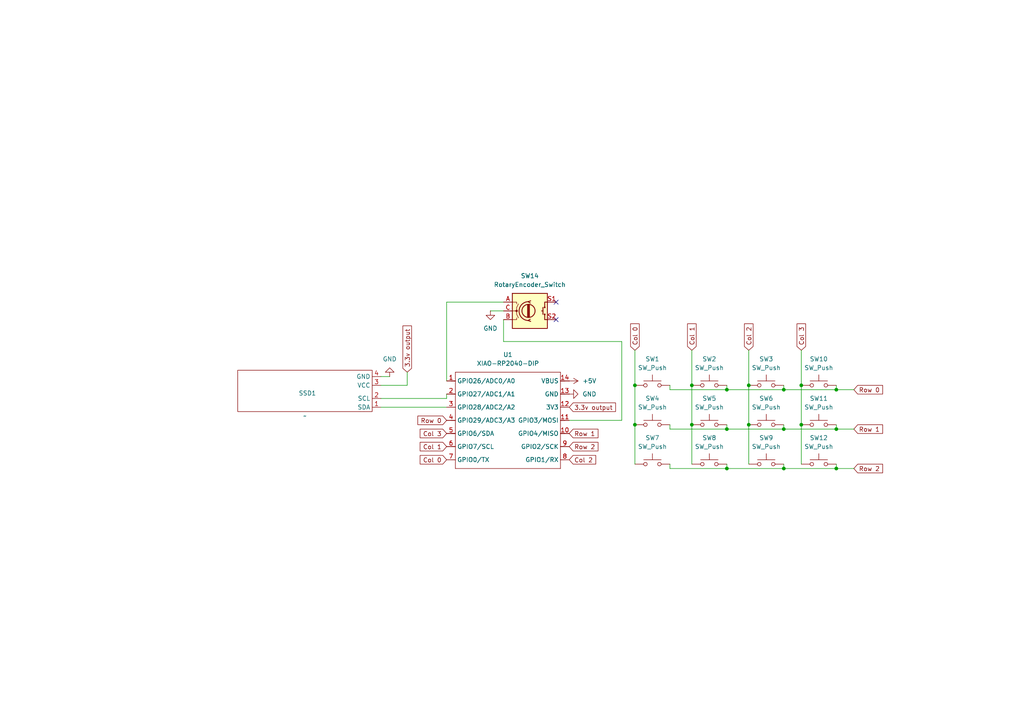
<source format=kicad_sch>
(kicad_sch (version 20250114) (generator "eeschema") (generator_version "9.0")
  (paper "A4")
  (lib_symbols
    (symbol "Device:RotaryEncoder_Switch" (pin_names (offset 0.254) (hide yes))
      (property "Reference" "SW" (at 0 6.604 0))
      (property "Value" "RotaryEncoder_Switch" (at 0 -6.604 0))
      (symbol "RotaryEncoder_Switch_0_1"
        (rectangle (start -5.08 5.08) (end 5.08 -5.08) (stroke (width 0.254)) (fill (type background)))
        (polyline (pts (xy -5.08 2.54) (xy -3.81 2.54) (xy -3.81 2.032)))
        (polyline (pts (xy -5.08 0) (xy -3.81 0) (xy -3.81 -1.016) (xy -3.302 -2.032)))
        (polyline (pts (xy -5.08 -2.54) (xy -3.81 -2.54) (xy -3.81 -2.032)))
        (polyline (pts (xy -4.318 0) (xy -3.81 0) (xy -3.81 1.016) (xy -3.302 2.032)))
        (circle (center -3.81 0) (radius 0.254) (fill (type outline)))
        (polyline (pts (xy -0.635 -1.778) (xy -0.635 1.778)) (stroke (width 0.254)))
        (circle (center -0.381 0) (radius 1.905) (stroke (width 0.254)))
        (polyline (pts (xy -0.381 -1.778) (xy -0.381 1.778)) (stroke (width 0.254)))
        (arc (start -0.381 -2.794) (mid -3.0988 -0.0635) (end -0.381 2.667) (stroke (width 0.254)))
        (polyline (pts (xy -0.127 1.778) (xy -0.127 -1.778)) (stroke (width 0.254)))
        (polyline (pts (xy 0.254 2.921) (xy -0.508 2.667) (xy 0.127 2.286)) (stroke (width 0.254)))
        (polyline (pts (xy 0.254 -3.048) (xy -0.508 -2.794) (xy 0.127 -2.413)) (stroke (width 0.254)))
        (polyline (pts (xy 3.81 1.016) (xy 3.81 -1.016)) (stroke (width 0.254)))
        (polyline (pts (xy 3.81 0) (xy 3.429 0)) (stroke (width 0.254)))
        (circle (center 4.318 1.016) (radius 0.127) (stroke (width 0.254)))
        (circle (center 4.318 -1.016) (radius 0.127) (stroke (width 0.254)))
        (polyline (pts (xy 5.08 2.54) (xy 4.318 2.54) (xy 4.318 1.016)) (stroke (width 0.254)))
        (polyline (pts (xy 5.08 -2.54) (xy 4.318 -2.54) (xy 4.318 -1.016)) (stroke (width 0.254)))
      )
      (symbol "RotaryEncoder_Switch_1_1"
        (pin passive line (at -7.62 2.54 0) (length 2.54) (name "A") (number "A"))
        (pin passive line (at -7.62 0 0) (length 2.54) (name "C") (number "C"))
        (pin passive line (at -7.62 -2.54 0) (length 2.54) (name "B") (number "B"))
        (pin passive line (at 7.62 2.54 180) (length 2.54) (name "S1") (number "S1"))
        (pin passive line (at 7.62 -2.54 180) (length 2.54) (name "S2") (number "S2"))
      )
    )
    (symbol "OPL:XIAO-RP2040-DIP"
      (property "Reference" "U" (at 0 0 0))
      (property "Value" "XIAO-RP2040-DIP" (at 5.334 -1.778 0))
      (symbol "XIAO-RP2040-DIP_1_0"
        (polyline (pts (xy -1.27 -2.54) (xy 29.21 -2.54)) (stroke (width 0.1524)))
        (polyline (pts (xy -1.27 -5.08) (xy -2.54 -5.08)) (stroke (width 0.1524)))
        (polyline (pts (xy -1.27 -5.08) (xy -1.27 -2.54)) (stroke (width 0.1524)))
        (polyline (pts (xy -1.27 -8.89) (xy -2.54 -8.89)) (stroke (width 0.1524)))
        (polyline (pts (xy -1.27 -8.89) (xy -1.27 -5.08)) (stroke (width 0.1524)))
        (polyline (pts (xy -1.27 -12.7) (xy -2.54 -12.7)) (stroke (width 0.1524)))
        (polyline (pts (xy -1.27 -12.7) (xy -1.27 -8.89)) (stroke (width 0.1524)))
        (polyline (pts (xy -1.27 -16.51) (xy -2.54 -16.51)) (stroke (width 0.1524)))
        (polyline (pts (xy -1.27 -16.51) (xy -1.27 -12.7)) (stroke (width 0.1524)))
        (polyline (pts (xy -1.27 -20.32) (xy -2.54 -20.32)) (stroke (width 0.1524)))
        (polyline (pts (xy -1.27 -24.13) (xy -2.54 -24.13)) (stroke (width 0.1524)))
        (polyline (pts (xy -1.27 -27.94) (xy -2.54 -27.94)) (stroke (width 0.1524)))
        (polyline (pts (xy -1.27 -30.48) (xy -1.27 -16.51)) (stroke (width 0.1524)))
        (polyline (pts (xy 29.21 -2.54) (xy 29.21 -5.08)) (stroke (width 0.1524)))
        (polyline (pts (xy 29.21 -5.08) (xy 29.21 -8.89)) (stroke (width 0.1524)))
        (polyline (pts (xy 29.21 -8.89) (xy 29.21 -12.7)) (stroke (width 0.1524)))
        (polyline (pts (xy 29.21 -12.7) (xy 29.21 -30.48)) (stroke (width 0.1524)))
        (polyline (pts (xy 29.21 -30.48) (xy -1.27 -30.48)) (stroke (width 0.1524)))
        (polyline (pts (xy 30.48 -5.08) (xy 29.21 -5.08)) (stroke (width 0.1524)))
        (polyline (pts (xy 30.48 -8.89) (xy 29.21 -8.89)) (stroke (width 0.1524)))
        (polyline (pts (xy 30.48 -12.7) (xy 29.21 -12.7)) (stroke (width 0.1524)))
        (polyline (pts (xy 30.48 -16.51) (xy 29.21 -16.51)) (stroke (width 0.1524)))
        (polyline (pts (xy 30.48 -20.32) (xy 29.21 -20.32)) (stroke (width 0.1524)))
        (polyline (pts (xy 30.48 -24.13) (xy 29.21 -24.13)) (stroke (width 0.1524)))
        (polyline (pts (xy 30.48 -27.94) (xy 29.21 -27.94)) (stroke (width 0.1524)))
        (pin passive line (at -3.81 -5.08 0) (length 2.54) (name "GPIO26/ADC0/A0") (number "1"))
        (pin passive line (at -3.81 -8.89 0) (length 2.54) (name "GPIO27/ADC1/A1") (number "2"))
        (pin passive line (at -3.81 -12.7 0) (length 2.54) (name "GPIO28/ADC2/A2") (number "3"))
        (pin passive line (at -3.81 -16.51 0) (length 2.54) (name "GPIO29/ADC3/A3") (number "4"))
        (pin passive line (at -3.81 -20.32 0) (length 2.54) (name "GPIO6/SDA") (number "5"))
        (pin passive line (at -3.81 -24.13 0) (length 2.54) (name "GPIO7/SCL") (number "6"))
        (pin passive line (at -3.81 -27.94 0) (length 2.54) (name "GPIO0/TX") (number "7"))
        (pin passive line (at 31.75 -5.08 180) (length 2.54) (name "VBUS") (number "14"))
        (pin passive line (at 31.75 -8.89 180) (length 2.54) (name "GND") (number "13"))
        (pin passive line (at 31.75 -12.7 180) (length 2.54) (name "3V3") (number "12"))
        (pin passive line (at 31.75 -16.51 180) (length 2.54) (name "GPIO3/MOSI") (number "11"))
        (pin passive line (at 31.75 -20.32 180) (length 2.54) (name "GPIO4/MISO") (number "10"))
        (pin passive line (at 31.75 -24.13 180) (length 2.54) (name "GPIO2/SCK") (number "9"))
        (pin passive line (at 31.75 -27.94 180) (length 2.54) (name "GPIO1/RX") (number "8"))
      )
    )
    (symbol "OledDisplays:SSD1306_OLED-0.91-128x32"
      (property "Reference" "SSD" (at 20.32 -5.334 0))
      (symbol "SSD1306_OLED-0.91-128x32_0_1"
        (rectangle (start 0 0) (end 39 -12))
      )
      (symbol "SSD1306_OLED-0.91-128x32_1_1"
        (pin input line (at -2.54 -1.27 0) (length 2.54) (name "SDA") (number "1"))
        (pin input line (at -2.54 -3.81 0) (length 2.54) (name "SCL") (number "2"))
        (pin power_in line (at -2.54 -7.62 0) (length 2.54) (name "VCC") (number "3"))
        (pin power_out line (at -2.54 -10.16 0) (length 2.54) (name "GND") (number "4"))
      )
    )
    (symbol "Switch:SW_Push" (pin_numbers (hide yes)) (pin_names (offset 1.016) (hide yes))
      (property "Reference" "SW" (at 1.27 2.54 0))
      (property "Value" "SW_Push" (at 0 -1.524 0))
      (symbol "SW_Push_0_1"
        (circle (center -2.032 0) (radius 0.508))
        (polyline (pts (xy 0 1.27) (xy 0 3.048)))
        (circle (center 2.032 0) (radius 0.508))
        (polyline (pts (xy 2.54 1.27) (xy -2.54 1.27)))
        (pin passive line (at -5.08 0 0) (length 2.54) (name "1") (number "1"))
        (pin passive line (at 5.08 0 180) (length 2.54) (name "2") (number "2"))
      )
    )
    (symbol "power:+5V" (power) (pin_numbers (hide yes)) (pin_names (offset 0) (hide yes))
      (property "Value" "+5V" (at 0 3.556 0))
      (symbol "+5V_0_1"
        (polyline (pts (xy -0.762 1.27) (xy 0 2.54)))
        (polyline (pts (xy 0 2.54) (xy 0.762 1.27)))
        (polyline (pts (xy 0 0) (xy 0 2.54)))
      )
      (symbol "+5V_1_1"
        (pin power_in line (at 0 0 90) (length 0) (name "~") (number "1"))
      )
    )
    (symbol "power:GND" (power) (pin_numbers (hide yes)) (pin_names (offset 0) (hide yes))
      (property "Value" "GND" (at 0 -3.81 0))
      (symbol "GND_0_1"
        (polyline (pts (xy 0 0) (xy 0 -1.27) (xy 1.27 -1.27) (xy 0 -2.54) (xy -1.27 -1.27) (xy 0 -1.27)))
      )
      (symbol "GND_1_1"
        (pin power_in line (at 0 0 270) (length 0) (name "~") (number "1"))
      )
    )
  )
  (junction (at 210.82 124.46))
  (junction (at 242.57 135.89))
  (junction (at 217.17 123.19))
  (junction (at 200.66 111.76))
  (junction (at 232.41 123.19))
  (junction (at 210.82 135.89))
  (junction (at 200.66 123.19))
  (junction (at 227.33 124.46))
  (junction (at 217.17 111.76))
  (junction (at 227.33 135.89))
  (junction (at 242.57 113.03))
  (junction (at 227.33 113.03))
  (junction (at 232.41 111.76))
  (junction (at 210.82 113.03))
  (junction (at 184.15 123.19))
  (junction (at 184.15 111.76))
  (junction (at 242.57 124.46))
  (no_connect (at 161.29 92.71))
  (no_connect (at 161.29 87.63))
  (wire (pts (xy 210.82 123.19) (xy 210.82 124.46)))
  (wire (pts (xy 200.66 111.76) (xy 200.66 123.19)))
  (wire (pts (xy 242.57 113.03) (xy 247.65 113.03)))
  (wire (pts (xy 227.33 134.62) (xy 227.33 135.89)))
  (wire (pts (xy 194.31 124.46) (xy 194.31 123.19)))
  (wire (pts (xy 194.31 113.03) (xy 210.82 113.03)))
  (wire (pts (xy 210.82 124.46) (xy 194.31 124.46)))
  (wire (pts (xy 142.24 90.17) (xy 146.05 90.17)))
  (wire (pts (xy 227.33 113.03) (xy 242.57 113.03)))
  (wire (pts (xy 110.49 115.57) (xy 129.54 115.57)))
  (wire (pts (xy 227.33 124.46) (xy 210.82 124.46)))
  (wire (pts (xy 180.34 121.92) (xy 165.1 121.92)))
  (wire (pts (xy 232.41 101.6) (xy 232.41 111.76)))
  (wire (pts (xy 227.33 135.89) (xy 242.57 135.89)))
  (wire (pts (xy 217.17 123.19) (xy 217.17 134.62)))
  (wire (pts (xy 210.82 135.89) (xy 227.33 135.89)))
  (wire (pts (xy 194.31 135.89) (xy 210.82 135.89)))
  (wire (pts (xy 118.11 111.76) (xy 110.49 111.76)))
  (wire (pts (xy 184.15 123.19) (xy 184.15 134.62)))
  (wire (pts (xy 194.31 111.76) (xy 194.31 113.03)))
  (wire (pts (xy 146.05 99.06) (xy 180.34 99.06)))
  (wire (pts (xy 227.33 111.76) (xy 227.33 113.03)))
  (wire (pts (xy 217.17 111.76) (xy 217.17 123.19)))
  (wire (pts (xy 146.05 92.71) (xy 146.05 99.06)))
  (wire (pts (xy 118.11 107.95) (xy 118.11 111.76)))
  (wire (pts (xy 247.65 124.46) (xy 242.57 124.46)))
  (wire (pts (xy 110.49 118.11) (xy 129.54 118.11)))
  (wire (pts (xy 217.17 101.6) (xy 217.17 111.76)))
  (wire (pts (xy 184.15 101.6) (xy 184.15 111.76)))
  (wire (pts (xy 242.57 135.89) (xy 247.65 135.89)))
  (wire (pts (xy 232.41 111.76) (xy 232.41 123.19)))
  (wire (pts (xy 129.54 87.63) (xy 129.54 110.49)))
  (wire (pts (xy 129.54 115.57) (xy 129.54 114.3)))
  (wire (pts (xy 242.57 134.62) (xy 242.57 135.89)))
  (wire (pts (xy 180.34 99.06) (xy 180.34 121.92)))
  (wire (pts (xy 113.03 109.22) (xy 110.49 109.22)))
  (wire (pts (xy 242.57 124.46) (xy 227.33 124.46)))
  (wire (pts (xy 184.15 111.76) (xy 184.15 123.19)))
  (wire (pts (xy 200.66 101.6) (xy 200.66 111.76)))
  (wire (pts (xy 242.57 111.76) (xy 242.57 113.03)))
  (wire (pts (xy 232.41 123.19) (xy 232.41 134.62)))
  (wire (pts (xy 227.33 123.19) (xy 227.33 124.46)))
  (wire (pts (xy 194.31 135.89) (xy 194.31 134.62)))
  (wire (pts (xy 242.57 123.19) (xy 242.57 124.46)))
  (wire (pts (xy 200.66 123.19) (xy 200.66 134.62)))
  (wire (pts (xy 210.82 134.62) (xy 210.82 135.89)))
  (wire (pts (xy 227.33 113.03) (xy 210.82 113.03)))
  (wire (pts (xy 146.05 87.63) (xy 129.54 87.63)))
  (wire (pts (xy 210.82 111.76) (xy 210.82 113.03)))
  (global_label "Col 0" (shape input) (at 184.15 101.6 90) (property "Intersheetrefs" "${INTERSHEET_REFS}" (effects (hide yes))))
  (global_label "3.3v output" (shape input) (at 118.11 107.95 90) (property "Intersheetrefs" "${INTERSHEET_REFS}" (effects (hide yes))))
  (global_label "Col 0" (shape input) (at 129.54 133.35 180) (property "Intersheetrefs" "${INTERSHEET_REFS}" (effects (hide yes))))
  (global_label "Col 3" (shape input) (at 129.54 125.73 180) (property "Intersheetrefs" "${INTERSHEET_REFS}" (effects (hide yes))))
  (global_label "Row 1" (shape input) (at 165.1 125.73 0) (property "Intersheetrefs" "${INTERSHEET_REFS}" (effects (hide yes))))
  (global_label "Col 3" (shape input) (at 232.41 101.6 90) (property "Intersheetrefs" "${INTERSHEET_REFS}" (effects (hide yes))))
  (global_label "Row 0" (shape input) (at 129.54 121.92 180) (property "Intersheetrefs" "${INTERSHEET_REFS}" (effects (hide yes))))
  (global_label "Row 2" (shape input) (at 247.65 135.89 0) (property "Intersheetrefs" "${INTERSHEET_REFS}" (effects (hide yes))))
  (global_label "Col 1" (shape input) (at 200.66 101.6 90) (property "Intersheetrefs" "${INTERSHEET_REFS}" (effects (hide yes))))
  (global_label "Row 0" (shape input) (at 247.65 113.03 0) (property "Intersheetrefs" "${INTERSHEET_REFS}" (effects (hide yes))))
  (global_label "Col 2" (shape input) (at 217.17 101.6 90) (property "Intersheetrefs" "${INTERSHEET_REFS}" (effects (hide yes))))
  (global_label "Row 2" (shape input) (at 165.1 129.54 0) (property "Intersheetrefs" "${INTERSHEET_REFS}" (effects (hide yes))))
  (global_label "Row 1" (shape input) (at 247.65 124.46 0) (property "Intersheetrefs" "${INTERSHEET_REFS}" (effects (hide yes))))
  (global_label "Col 2" (shape input) (at 165.1 133.35 0) (property "Intersheetrefs" "${INTERSHEET_REFS}" (effects (hide yes))))
  (global_label "3.3v output" (shape input) (at 165.1 118.11 0) (property "Intersheetrefs" "${INTERSHEET_REFS}" (effects (hide yes))))
  (global_label "Col 1" (shape input) (at 129.54 129.54 180) (property "Intersheetrefs" "${INTERSHEET_REFS}" (effects (hide yes))))
  (symbol (lib_id "Device:RotaryEncoder_Switch") (at 153.67 90.17 0) (unit 1)
    (property "Reference" "SW14" (at 153.67 80.01 0))
    (property "Value" "RotaryEncoder_Switch" (at 153.67 82.55 0))
    (property "Footprint" "macropad_fp:RotaryEncoder_Alps_EC11E-Switch_Vertical_H20mm_CircularMountingHoles" (effects (hide yes)))
    (property "Description" "Rotary encoder, dual channel, incremental quadrate outputs, with switch" (effects (hide yes)))
  )
  (symbol (lib_id "Switch:SW_Push") (at 189.23 134.62 0) (unit 1)
    (property "Reference" "SW7" (at 189.23 127 0))
    (property "Value" "SW_Push" (at 189.23 129.54 0))
    (property "Footprint" "Button_Switch_Keyboard:SW_Cherry_MX_1.00u_PCB" (effects (hide yes)))
    (property "Description" "Push button switch, generic, two pins" (effects (hide yes)))
  )
  (symbol (lib_id "Switch:SW_Push") (at 205.74 134.62 0) (unit 1)
    (property "Reference" "SW8" (at 205.74 127 0))
    (property "Value" "SW_Push" (at 205.74 129.54 0))
    (property "Footprint" "Button_Switch_Keyboard:SW_Cherry_MX_1.00u_PCB" (effects (hide yes)))
    (property "Description" "Push button switch, generic, two pins" (effects (hide yes)))
  )
  (symbol (lib_id "power:GND") (at 113.03 109.22 180) (unit 1)
    (property "Reference" "#PWR03" (effects (hide yes)))
    (property "Value" "GND" (at 113.03 104.14 0))
    (property "Description" "Power symbol creates a global label with name \"GND\" , ground" (effects (hide yes)))
  )
  (symbol (lib_id "Switch:SW_Push") (at 237.49 123.19 0) (unit 1)
    (property "Reference" "SW11" (at 237.49 115.57 0))
    (property "Value" "SW_Push" (at 237.49 118.11 0))
    (property "Footprint" "Button_Switch_Keyboard:SW_Cherry_MX_1.00u_PCB" (effects (hide yes)))
    (property "Description" "Push button switch, generic, two pins" (effects (hide yes)))
  )
  (symbol (lib_id "Switch:SW_Push") (at 237.49 111.76 0) (unit 1)
    (property "Reference" "SW10" (at 237.49 104.14 0))
    (property "Value" "SW_Push" (at 237.49 106.68 0))
    (property "Footprint" "Button_Switch_Keyboard:SW_Cherry_MX_1.00u_PCB" (effects (hide yes)))
    (property "Description" "Push button switch, generic, two pins" (effects (hide yes)))
  )
  (symbol (lib_id "Switch:SW_Push") (at 189.23 111.76 0) (unit 1)
    (property "Reference" "SW1" (at 189.23 104.14 0))
    (property "Value" "SW_Push" (at 189.23 106.68 0))
    (property "Footprint" "Button_Switch_Keyboard:SW_Cherry_MX_1.00u_PCB" (effects (hide yes)))
    (property "Description" "Push button switch, generic, two pins" (effects (hide yes)))
  )
  (symbol (lib_id "Switch:SW_Push") (at 222.25 111.76 0) (unit 1)
    (property "Reference" "SW3" (at 222.25 104.14 0))
    (property "Value" "SW_Push" (at 222.25 106.68 0))
    (property "Footprint" "Button_Switch_Keyboard:SW_Cherry_MX_1.00u_PCB" (effects (hide yes)))
    (property "Description" "Push button switch, generic, two pins" (effects (hide yes)))
  )
  (symbol (lib_id "Switch:SW_Push") (at 222.25 123.19 0) (unit 1)
    (property "Reference" "SW6" (at 222.25 115.57 0))
    (property "Value" "SW_Push" (at 222.25 118.11 0))
    (property "Footprint" "Button_Switch_Keyboard:SW_Cherry_MX_1.00u_PCB" (effects (hide yes)))
    (property "Description" "Push button switch, generic, two pins" (effects (hide yes)))
  )
  (symbol (lib_id "Switch:SW_Push") (at 205.74 111.76 0) (unit 1)
    (property "Reference" "SW2" (at 205.74 104.14 0))
    (property "Value" "SW_Push" (at 205.74 106.68 0))
    (property "Footprint" "Button_Switch_Keyboard:SW_Cherry_MX_1.00u_PCB" (effects (hide yes)))
    (property "Description" "Push button switch, generic, two pins" (effects (hide yes)))
  )
  (symbol (lib_id "Switch:SW_Push") (at 237.49 134.62 0) (unit 1)
    (property "Reference" "SW12" (at 237.49 127 0))
    (property "Value" "SW_Push" (at 237.49 129.54 0))
    (property "Footprint" "Button_Switch_Keyboard:SW_Cherry_MX_1.00u_PCB" (effects (hide yes)))
    (property "Description" "Push button switch, generic, two pins" (effects (hide yes)))
  )
  (symbol (lib_id "OPL:XIAO-RP2040-DIP") (at 133.35 105.41 0) (unit 1)
    (property "Reference" "U1" (at 147.32 102.87 0))
    (property "Value" "XIAO-RP2040-DIP" (at 147.32 105.41 0))
    (property "Footprint" "OPL:XIAO-RP2040-DIP" (effects (hide yes)))
  )
  (symbol (lib_id "power:GND") (at 142.24 90.17 0) (unit 1)
    (property "Reference" "#PWR06" (effects (hide yes)))
    (property "Value" "GND" (at 142.24 95.25 0))
    (property "Description" "Power symbol creates a global label with name \"GND\" , ground" (effects (hide yes)))
  )
  (symbol (lib_id "Switch:SW_Push") (at 222.25 134.62 0) (unit 1)
    (property "Reference" "SW9" (at 222.25 127 0))
    (property "Value" "SW_Push" (at 222.25 129.54 0))
    (property "Footprint" "Button_Switch_Keyboard:SW_Cherry_MX_1.00u_PCB" (effects (hide yes)))
    (property "Description" "Push button switch, generic, two pins" (effects (hide yes)))
  )
  (symbol (lib_id "OledDisplays:SSD1306_OLED-0.91-128x32") (at 107.95 119.38 180) (unit 1)
    (property "Reference" "SSD1" (at 89.154 114.046 0))
    (property "Value" "~" (at 88.45 120.65 0))
    (property "Footprint" "macropad_fp:SSD1306-0.91-OLED-4pin-128x32" (effects (hide yes)))
  )
  (symbol (lib_id "power:GND") (at 165.1 114.3 90) (unit 1)
    (property "Reference" "#PWR01" (effects (hide yes)))
    (property "Value" "GND" (at 168.91 114.2999 90) (effects (justify right)))
    (property "Description" "Power symbol creates a global label with name \"GND\" , ground" (effects (hide yes)))
  )
  (symbol (lib_id "Switch:SW_Push") (at 189.23 123.19 0) (unit 1)
    (property "Reference" "SW4" (at 189.23 115.57 0))
    (property "Value" "SW_Push" (at 189.23 118.11 0))
    (property "Footprint" "Button_Switch_Keyboard:SW_Cherry_MX_1.00u_PCB" (effects (hide yes)))
    (property "Description" "Push button switch, generic, two pins" (effects (hide yes)))
  )
  (symbol (lib_id "power:+5V") (at 165.1 110.49 270) (unit 1)
    (property "Reference" "#PWR02" (effects (hide yes)))
    (property "Value" "+5V" (at 168.91 110.4899 90) (effects (justify left)))
    (property "Description" "Power symbol creates a global label with name \"+5V\"" (effects (hide yes)))
  )
  (symbol (lib_id "Switch:SW_Push") (at 205.74 123.19 0) (unit 1)
    (property "Reference" "SW5" (at 205.74 115.57 0))
    (property "Value" "SW_Push" (at 205.74 118.11 0))
    (property "Footprint" "Button_Switch_Keyboard:SW_Cherry_MX_1.00u_PCB" (effects (hide yes)))
    (property "Description" "Push button switch, generic, two pins" (effects (hide yes)))
  )
)
</source>
